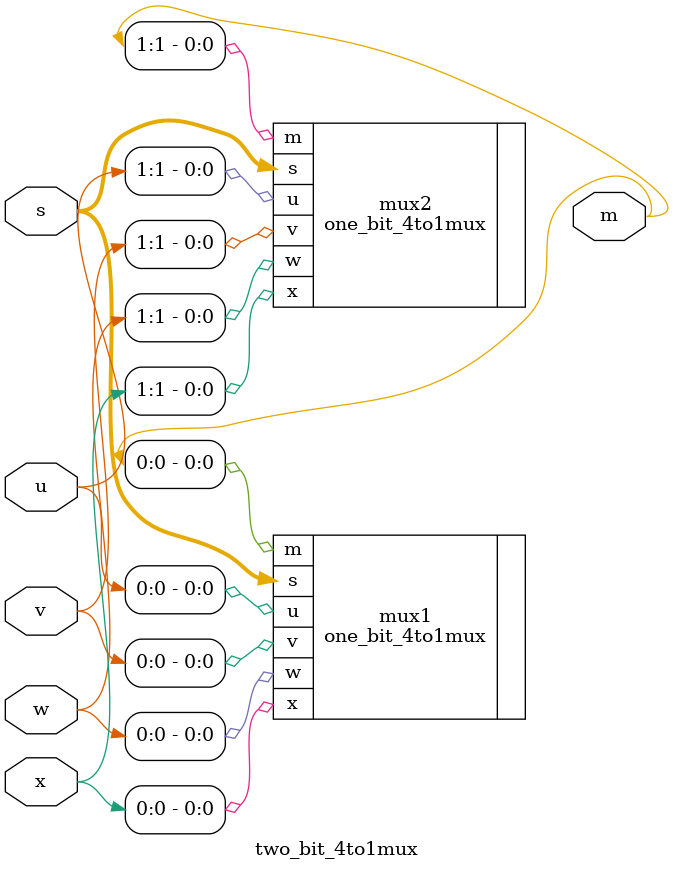
<source format=v>
module two_bit_4to1mux (s,u,v,w,x,m);
 
	input[1:0] s;
	input[1:0] u, v, w, x;
	output[1:0] m;
	
	one_bit_4to1mux mux1(.s(s), .u(u[0]), .v(v[0]), .w(w[0]), .x(x[0]), .m(m[0]));
	one_bit_4to1mux mux2(.s(s), .u(u[1]), .v(v[1]), .w(w[1]), .x(x[1]), .m(m[1]));
endmodule

</source>
